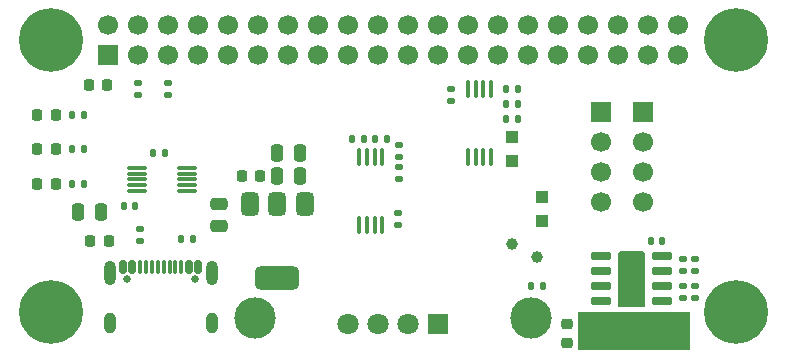
<source format=gts>
G04 #@! TF.GenerationSoftware,KiCad,Pcbnew,9.0.6-9.0.6~ubuntu22.04.1*
G04 #@! TF.CreationDate,2025-12-28T21:54:21+02:00*
G04 #@! TF.ProjectId,rpi_i2c_board,7270695f-6932-4635-9f62-6f6172642e6b,1.0*
G04 #@! TF.SameCoordinates,PX5f5e100PY5f5e100*
G04 #@! TF.FileFunction,Soldermask,Top*
G04 #@! TF.FilePolarity,Negative*
%FSLAX46Y46*%
G04 Gerber Fmt 4.6, Leading zero omitted, Abs format (unit mm)*
G04 Created by KiCad (PCBNEW 9.0.6-9.0.6~ubuntu22.04.1) date 2025-12-28 21:54:21*
%MOMM*%
%LPD*%
G01*
G04 APERTURE LIST*
G04 Aperture macros list*
%AMRoundRect*
0 Rectangle with rounded corners*
0 $1 Rounding radius*
0 $2 $3 $4 $5 $6 $7 $8 $9 X,Y pos of 4 corners*
0 Add a 4 corners polygon primitive as box body*
4,1,4,$2,$3,$4,$5,$6,$7,$8,$9,$2,$3,0*
0 Add four circle primitives for the rounded corners*
1,1,$1+$1,$2,$3*
1,1,$1+$1,$4,$5*
1,1,$1+$1,$6,$7*
1,1,$1+$1,$8,$9*
0 Add four rect primitives between the rounded corners*
20,1,$1+$1,$2,$3,$4,$5,0*
20,1,$1+$1,$4,$5,$6,$7,0*
20,1,$1+$1,$6,$7,$8,$9,0*
20,1,$1+$1,$8,$9,$2,$3,0*%
G04 Aperture macros list end*
%ADD10C,0.000000*%
%ADD11RoundRect,0.135000X-0.185000X0.135000X-0.185000X-0.135000X0.185000X-0.135000X0.185000X0.135000X0*%
%ADD12RoundRect,0.135000X-0.135000X-0.185000X0.135000X-0.185000X0.135000X0.185000X-0.135000X0.185000X0*%
%ADD13RoundRect,0.250000X0.250000X0.475000X-0.250000X0.475000X-0.250000X-0.475000X0.250000X-0.475000X0*%
%ADD14C,5.400000*%
%ADD15R,1.000000X1.000000*%
%ADD16R,1.700000X1.700000*%
%ADD17C,1.700000*%
%ADD18RoundRect,0.140000X0.140000X0.170000X-0.140000X0.170000X-0.140000X-0.170000X0.140000X-0.170000X0*%
%ADD19RoundRect,0.218750X-0.256250X0.218750X-0.256250X-0.218750X0.256250X-0.218750X0.256250X0.218750X0*%
%ADD20RoundRect,0.135000X0.135000X0.185000X-0.135000X0.185000X-0.135000X-0.185000X0.135000X-0.185000X0*%
%ADD21RoundRect,0.218750X0.218750X0.256250X-0.218750X0.256250X-0.218750X-0.256250X0.218750X-0.256250X0*%
%ADD22RoundRect,0.225000X0.225000X0.250000X-0.225000X0.250000X-0.225000X-0.250000X0.225000X-0.250000X0*%
%ADD23C,0.650000*%
%ADD24RoundRect,0.150000X-0.150000X-0.425000X0.150000X-0.425000X0.150000X0.425000X-0.150000X0.425000X0*%
%ADD25RoundRect,0.075000X-0.075000X-0.500000X0.075000X-0.500000X0.075000X0.500000X-0.075000X0.500000X0*%
%ADD26O,1.000000X2.100000*%
%ADD27O,1.000000X1.800000*%
%ADD28RoundRect,0.250000X-0.250000X-0.475000X0.250000X-0.475000X0.250000X0.475000X-0.250000X0.475000X0*%
%ADD29C,1.000000*%
%ADD30RoundRect,0.135000X0.185000X-0.135000X0.185000X0.135000X-0.185000X0.135000X-0.185000X-0.135000X0*%
%ADD31RoundRect,0.140000X-0.170000X0.140000X-0.170000X-0.140000X0.170000X-0.140000X0.170000X0.140000X0*%
%ADD32RoundRect,0.250000X-0.475000X0.250000X-0.475000X-0.250000X0.475000X-0.250000X0.475000X0.250000X0*%
%ADD33RoundRect,0.218750X-0.218750X-0.256250X0.218750X-0.256250X0.218750X0.256250X-0.218750X0.256250X0*%
%ADD34RoundRect,0.150000X-0.725000X-0.150000X0.725000X-0.150000X0.725000X0.150000X-0.725000X0.150000X0*%
%ADD35RoundRect,0.140000X0.170000X-0.140000X0.170000X0.140000X-0.170000X0.140000X-0.170000X-0.140000X0*%
%ADD36RoundRect,0.100000X-0.100000X0.637500X-0.100000X-0.637500X0.100000X-0.637500X0.100000X0.637500X0*%
%ADD37RoundRect,0.375000X-0.375000X0.625000X-0.375000X-0.625000X0.375000X-0.625000X0.375000X0.625000X0*%
%ADD38RoundRect,0.500000X-1.400000X0.500000X-1.400000X-0.500000X1.400000X-0.500000X1.400000X0.500000X0*%
%ADD39RoundRect,0.225000X-0.225000X-0.250000X0.225000X-0.250000X0.225000X0.250000X-0.225000X0.250000X0*%
%ADD40RoundRect,0.140000X-0.140000X-0.170000X0.140000X-0.170000X0.140000X0.170000X-0.140000X0.170000X0*%
%ADD41RoundRect,0.087500X0.725000X0.087500X-0.725000X0.087500X-0.725000X-0.087500X0.725000X-0.087500X0*%
%ADD42RoundRect,0.100000X0.100000X-0.637500X0.100000X0.637500X-0.100000X0.637500X-0.100000X-0.637500X0*%
%ADD43C,3.500000*%
%ADD44R,1.800000X1.800000*%
%ADD45C,1.800000*%
G04 APERTURE END LIST*
D10*
G36*
X53848000Y8483600D02*
G01*
X53848000Y3937000D01*
X51562000Y3937000D01*
X51562000Y8483600D01*
X51714400Y8636000D01*
X53695600Y8636000D01*
X53848000Y8483600D01*
G37*
G36*
X57593800Y254000D02*
G01*
X48181200Y254000D01*
X48181200Y3479800D01*
X57593800Y3479800D01*
X57593800Y254000D01*
G37*
D11*
X13450000Y22860000D03*
X13450000Y21840000D03*
D12*
X5308500Y14351000D03*
X6328500Y14351000D03*
D13*
X24597400Y16967200D03*
X22697400Y16967200D03*
D14*
X61500000Y26500000D03*
D11*
X33020000Y17647000D03*
X33020000Y16627000D03*
D12*
X5308500Y20193000D03*
X6328500Y20193000D03*
D15*
X42572000Y16256000D03*
D16*
X53680000Y20447000D03*
D17*
X53680000Y17907000D03*
X53680000Y15367000D03*
X53680000Y12827000D03*
D18*
X13169400Y16944000D03*
X12209400Y16944000D03*
D12*
X44192000Y5715000D03*
X45212000Y5715000D03*
D19*
X47244000Y2489300D03*
X47244000Y914300D03*
D20*
X30048200Y18161000D03*
X29028200Y18161000D03*
D21*
X3962500Y20193000D03*
X2387500Y20193000D03*
X3962500Y17280000D03*
X2387500Y17280000D03*
D12*
X5308500Y17280000D03*
X6328500Y17280000D03*
D22*
X21248600Y14986000D03*
X19698600Y14986000D03*
D23*
X9930000Y6280000D03*
X15710000Y6280000D03*
D24*
X9620000Y7355000D03*
X10420000Y7355000D03*
D25*
X11570000Y7355000D03*
X12570000Y7355000D03*
X13070000Y7355000D03*
X14070000Y7355000D03*
D24*
X15220000Y7355000D03*
X16020000Y7355000D03*
X16020000Y7355000D03*
X15220000Y7355000D03*
D25*
X14570000Y7355000D03*
X13570000Y7355000D03*
X12070000Y7355000D03*
X11070000Y7355000D03*
D24*
X10420000Y7355000D03*
X9620000Y7355000D03*
D26*
X8500000Y6780000D03*
D27*
X8500000Y2600000D03*
D26*
X17140000Y6780000D03*
D27*
X17140000Y2600000D03*
D11*
X11049000Y10568400D03*
X11049000Y9548400D03*
X57023000Y5715000D03*
X57023000Y4695000D03*
D28*
X5841400Y11938000D03*
X7741400Y11938000D03*
D20*
X15590000Y9657000D03*
X14570000Y9657000D03*
X31967000Y18161000D03*
X30947000Y18161000D03*
D29*
X42545000Y9271000D03*
D30*
X57023000Y6985000D03*
X57023000Y8005000D03*
D31*
X37365000Y22352000D03*
X37365000Y21392000D03*
D11*
X33020000Y15773400D03*
X33020000Y14753400D03*
D15*
X45085000Y11176000D03*
D28*
X22707600Y14986000D03*
X24607600Y14986000D03*
D15*
X45085000Y13208000D03*
D32*
X17780000Y12675000D03*
X17780000Y10775000D03*
D14*
X3500000Y3500000D03*
D11*
X10910000Y22860000D03*
X10910000Y21840000D03*
D33*
X6858600Y9525000D03*
X8433600Y9525000D03*
D14*
X3500000Y26500000D03*
D34*
X50130000Y8255000D03*
X50130000Y6985000D03*
X50130000Y5715000D03*
X50130000Y4445000D03*
X55280000Y4445000D03*
X55280000Y5715000D03*
X55280000Y6985000D03*
X55280000Y8255000D03*
D29*
X44704000Y8150000D03*
D16*
X50130000Y20447000D03*
D17*
X50130000Y17907000D03*
X50130000Y15367000D03*
X50130000Y12827000D03*
D11*
X58039000Y8005000D03*
X58039000Y6985000D03*
D18*
X55280000Y9525000D03*
X54320000Y9525000D03*
D20*
X43084000Y21082000D03*
X42064000Y21082000D03*
D35*
X32893000Y10902000D03*
X32893000Y11862000D03*
D14*
X61500000Y3500000D03*
D36*
X31597000Y16627000D03*
X30947000Y16627000D03*
X30297000Y16627000D03*
X29647000Y16627000D03*
X29647000Y10902000D03*
X30297000Y10902000D03*
X30947000Y10902000D03*
X31597000Y10902000D03*
D11*
X58039000Y5719000D03*
X58039000Y4699000D03*
D37*
X25007600Y12675000D03*
X22707600Y12675000D03*
D38*
X22707600Y6375000D03*
D37*
X20407600Y12675000D03*
D21*
X3962500Y14351000D03*
X2387500Y14351000D03*
D15*
X42572000Y18288000D03*
D39*
X6731000Y22733000D03*
X8281000Y22733000D03*
D40*
X9712200Y12473600D03*
X10672200Y12473600D03*
D41*
X15050500Y13732000D03*
X15050500Y14232000D03*
X15050500Y14732000D03*
X15050500Y15232000D03*
X15050500Y15732000D03*
X10825500Y15732000D03*
X10825500Y15232000D03*
X10825500Y14732000D03*
X10825500Y14232000D03*
X10825500Y13732000D03*
D42*
X38832000Y16627000D03*
X39482000Y16627000D03*
X40132000Y16627000D03*
X40782000Y16627000D03*
X40782000Y22352000D03*
X40132000Y22352000D03*
X39482000Y22352000D03*
X38832000Y22352000D03*
D20*
X43082000Y22352000D03*
X42062000Y22352000D03*
X43084000Y19812000D03*
X42064000Y19812000D03*
D43*
X44140000Y3000000D03*
X20840000Y3000000D03*
D44*
X36300000Y2500000D03*
D45*
X33760000Y2500000D03*
X31220000Y2500000D03*
X28680000Y2500000D03*
D16*
X8370000Y25230000D03*
D17*
X8370000Y27770000D03*
X10910000Y25230000D03*
X10910000Y27770000D03*
X13450000Y25230000D03*
X13450000Y27770000D03*
X15990000Y25230000D03*
X15990000Y27770000D03*
X18530000Y25230000D03*
X18530000Y27770000D03*
X21070000Y25230000D03*
X21070000Y27770000D03*
X23610000Y25230000D03*
X23610000Y27770000D03*
X26150000Y25230000D03*
X26150000Y27770000D03*
X28690000Y25230000D03*
X28690000Y27770000D03*
X31230000Y25230000D03*
X31230000Y27770000D03*
X33770000Y25230000D03*
X33770000Y27770000D03*
X36310000Y25230000D03*
X36310000Y27770000D03*
X38850000Y25230000D03*
X38850000Y27770000D03*
X41390000Y25230000D03*
X41390000Y27770000D03*
X43930000Y25230000D03*
X43930000Y27770000D03*
X46470000Y25230000D03*
X46470000Y27770000D03*
X49010000Y25230000D03*
X49010000Y27770000D03*
X51550000Y25230000D03*
X51550000Y27770000D03*
X54090000Y25230000D03*
X54090000Y27770000D03*
X56630000Y25230000D03*
X56630000Y27770000D03*
M02*

</source>
